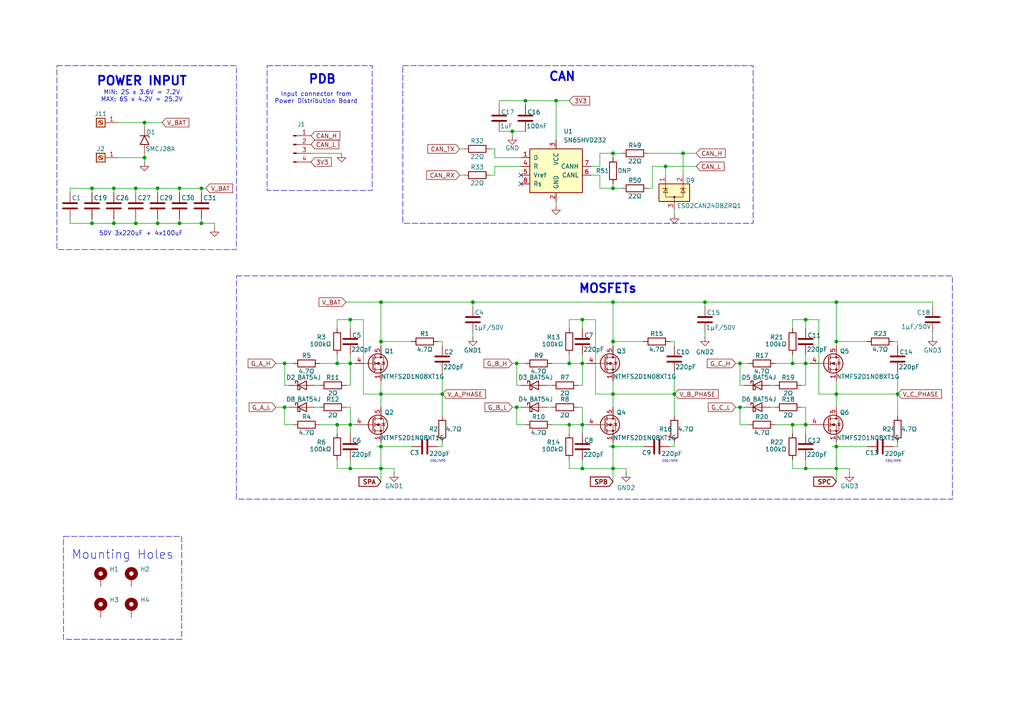
<source format=kicad_sch>
(kicad_sch (version 20250114) (generator "eeschema") (generator_version "9.0")
  (paper "A4")
  (lib_symbols
    (symbol "Connector:Conn_01x04_Pin" (pin_names (offset 1.016) (hide yes))
      (property "Reference" "J" (at 0 5.08 0))
      (property "Value" "Conn_01x04_Pin" (at 0 -7.62 0))
      (symbol "Conn_01x04_Pin_1_1"
        (pin passive line (at 5.08 2.54 180) (length 3.81) (name "Pin_1") (number "1"))
        (pin passive line (at 5.08 0 180) (length 3.81) (name "Pin_2") (number "2"))
        (pin passive line (at 5.08 -2.54 180) (length 3.81) (name "Pin_3") (number "3"))
        (pin passive line (at 5.08 -5.08 180) (length 3.81) (name "Pin_4") (number "4"))
      )
    )
    (symbol "Connector:Screw_Terminal_01x01" (pin_names (offset 1.016) (hide yes))
      (property "Reference" "J" (at 0 2.54 0))
      (property "Value" "Screw_Terminal_01x01" (at 0 -2.54 0))
      (symbol "Screw_Terminal_01x01_1_1"
        (pin passive line (at -5.08 0 0) (length 3.81) (name "Pin_1") (number "1"))
      )
    )
    (symbol "Device:C" (pin_numbers (hide yes)) (pin_names (offset 0.254))
      (property "Reference" "C" (at 0.635 2.54 0))
      (property "Value" "C" (at 0.635 -2.54 0))
      (symbol "C_1_1"
        (pin passive line (at 0 3.81 270) (length 2.794) (name "~") (number "1"))
        (pin passive line (at 0 -3.81 90) (length 2.794) (name "~") (number "2"))
      )
    )
    (symbol "Device:R" (pin_numbers (hide yes)) (pin_names (offset 0))
      (property "Reference" "R" (at 2.032 0 90))
      (property "Value" "R" (at 0 0 90))
      (symbol "R_1_1"
        (pin passive line (at 0 3.81 270) (length 1.27) (name "~") (number "1"))
        (pin passive line (at 0 -3.81 90) (length 1.27) (name "~") (number "2"))
      )
    )
    (symbol "Diode:1.5SMCxxA" (pin_numbers (hide yes)) (pin_names (offset 1.016) (hide yes))
      (property "Reference" "D" (at 0 2.54 0))
      (property "Value" "1.5SMCxxA" (at 0 -2.54 0))
      (symbol "1.5SMCxxA_1_1"
        (pin passive line (at -3.81 0 0) (length 2.54) (name "A1") (number "1"))
        (pin passive line (at 3.81 0 180) (length 2.54) (name "A2") (number "2"))
      )
    )
    (symbol "Diode:BAT54J" (pin_numbers (hide yes)) (pin_names (offset 1.016) (hide yes))
      (property "Reference" "D" (at 0 2.54 0))
      (property "Value" "BAT54J" (at 0 -2.54 0))
      (symbol "BAT54J_1_1"
        (pin passive line (at -3.81 0 0) (length 2.54) (name "K") (number "1"))
        (pin passive line (at 3.81 0 180) (length 2.54) (name "A") (number "2"))
      )
    )
    (symbol "Interface_CAN_LIN:SN65HVD230" (pin_names (offset 1.016))
      (property "Reference" "U" (at -2.54 10.16 0))
      (property "Value" "SN65HVD230" (at -2.54 7.62 0))
      (symbol "SN65HVD230_1_1"
        (pin input line (at -10.16 2.54 0) (length 2.54) (name "D") (number "1"))
        (pin output line (at -10.16 0 0) (length 2.54) (name "R") (number "4"))
        (pin output line (at -10.16 -2.54 0) (length 2.54) (name "Vref") (number "5"))
        (pin input line (at -10.16 -5.08 0) (length 2.54) (name "Rs") (number "8"))
        (pin power_in line (at 0 7.62 270) (length 2.54) (name "VCC") (number "3"))
        (pin power_in line (at 0 -10.16 90) (length 2.54) (name "GND") (number "2"))
        (pin bidirectional line (at 10.16 0 180) (length 2.54) (name "CANH") (number "7"))
        (pin bidirectional line (at 10.16 -2.54 180) (length 2.54) (name "CANL") (number "6"))
      )
    )
    (symbol "Mechanical:MountingHole_Pad" (pin_numbers (hide yes)) (pin_names (offset 1.016) (hide yes)) (in_bom no)
      (property "Reference" "H" (at 0 6.35 0))
      (property "Value" "MountingHole_Pad" (at 0 4.445 0))
      (symbol "MountingHole_Pad_1_1"
        (pin input line (at 0 -2.54 90) (length 2.54) (name "1") (number "1"))
      )
    )
    (symbol "Power_Protection:ESDA5V3L" (pin_names (hide yes))
      (property "Reference" "D" (at 5.715 2.54 0))
      (property "Value" "ESDA5V3L" (at 5.715 0.635 0))
      (symbol "ESDA5V3L_0_0"
        (pin passive line (at 0 -5.08 90) (length 2.54) (name "A") (number "3"))
      )
      (symbol "ESDA5V3L_1_1"
        (pin passive line (at -2.54 5.08 270) (length 2.54) (name "K") (number "1"))
        (pin passive line (at 2.54 5.08 270) (length 2.54) (name "K") (number "2"))
      )
    )
    (symbol "Transistor_FET:NTMFS016N06CT1G" (pin_names (hide yes))
      (property "Reference" "Q" (at 5.08 1.905 0))
      (property "Value" "NTMFS016N06CT1G" (at 5.08 0 0))
      (symbol "NTMFS016N06CT1G_1_1"
        (pin passive line (at -5.08 0 0) (length 2.54) (name "G") (number "4"))
        (pin passive line (at 2.54 5.08 270) (length 2.54) (name "D") (number "5"))
        (pin passive line (at 2.54 -5.08 90) (length 2.54) (name "S") (number "1"))
        (pin passive line (at 2.54 -5.08 90) (length 2.54) (hide yes) (name "S") (number "2"))
        (pin passive line (at 2.54 -5.08 90) (length 2.54) (hide yes) (name "S") (number "3"))
      )
    )
    (symbol "power:GND" (power) (pin_numbers (hide yes)) (pin_names (offset 0) (hide yes))
      (property "Value" "GND" (at 0 -3.81 0))
      (symbol "GND_1_1"
        (pin power_in line (at 0 0 270) (length 0) (name "~") (number "1"))
      )
    )
    (symbol "power:GND1" (power) (pin_numbers (hide yes)) (pin_names (offset 0) (hide yes))
      (property "Value" "GND1" (at 0 -3.81 0))
      (symbol "GND1_1_1"
        (pin power_in line (at 0 0 270) (length 0) (name "~") (number "1"))
      )
    )
    (symbol "power:GND2" (power) (pin_numbers (hide yes)) (pin_names (offset 0) (hide yes))
      (property "Value" "GND2" (at 0 -3.81 0))
      (symbol "GND2_1_1"
        (pin power_in line (at 0 0 270) (length 0) (name "~") (number "1"))
      )
    )
    (symbol "power:GND3" (power) (pin_numbers (hide yes)) (pin_names (offset 0) (hide yes))
      (property "Value" "GND3" (at 0 -3.81 0))
      (symbol "GND3_1_1"
        (pin power_in line (at 0 0 270) (length 0) (name "~") (number "1"))
      )
    )
  )
  (rectangle (start 16.51 19.05) (end 68.58 72.39) (stroke (width 0) (type dash)))
  (rectangle (start 116.84 19.05) (end 218.44 64.77) (stroke (width 0) (type dash)))
  (rectangle (start 77.47 19.05) (end 107.95 55.245) (stroke (width 0) (type dash)))
  (rectangle (start 18.415 155.575) (end 52.705 185.42) (stroke (width 0) (type dash)))
  (rectangle (start 68.58 80.01) (end 276.225 144.78) (stroke (width 0) (type dash)))
  (text "MIN: 2S x 3.6V = 7.2V\nMAX: 6S x 4.2V = 25.2V" (at 41.148 27.94 0) (effects (font (size 1.27 1.27))))
  (text "POWER INPUT" (at 41.148 23.622 0) (effects (font (size 2.54 2.54) (thickness 0.508) (bold yes))))
  (text "50V 3x220uF + 4x100uF" (at 40.894 67.818 0) (effects (font (size 1.27 1.27))))
  (text "Mounting Holes" (at 35.56 161.036 0) (effects (font (size 2.54 2.54))))
  (text "C0G/NP0" (at 127 133.858 0) (effects (font (size 0.635 0.635) (thickness 0.0794))))
  (text "MOSFETs" (at 176.276 83.82 0) (effects (font (size 2.54 2.54) (thickness 0.508) (bold yes))))
  (text "Input connector from\nPower Distribution Board" (at 91.694 28.448 0) (effects (font (size 1.27 1.27))))
  (text "C0G/NP0" (at 194.31 133.858 0) (effects (font (size 0.635 0.635) (thickness 0.0794))))
  (text "PDB" (at 93.472 23.114 0) (effects (font (size 2.54 2.54) (thickness 0.508) (bold yes))))
  (text "C0G/NP0" (at 259.08 133.858 0) (effects (font (size 0.635 0.635) (thickness 0.0794))))
  (text "CAN" (at 163.068 22.352 0) (effects (font (size 2.54 2.54) (thickness 0.508) (bold yes))))
  (junction (at 233.68 135.89))
  (junction (at 45.72 54.61))
  (junction (at 101.6 123.19))
  (junction (at 242.57 99.06))
  (junction (at 161.29 29.21))
  (junction (at 41.91 35.56))
  (junction (at 229.87 123.19))
  (junction (at 101.6 135.89))
  (junction (at 168.91 105.41))
  (junction (at 168.91 92.71))
  (junction (at 97.79 123.19))
  (junction (at 214.63 118.11))
  (junction (at 148.59 38.1))
  (junction (at 39.37 64.77))
  (junction (at 26.67 54.61))
  (junction (at 233.68 123.19))
  (junction (at 45.72 64.77))
  (junction (at 82.55 118.11))
  (junction (at 41.91 45.72))
  (junction (at 110.49 99.06))
  (junction (at 101.6 105.41))
  (junction (at 26.67 64.77))
  (junction (at 52.07 64.77))
  (junction (at 149.86 105.41))
  (junction (at 33.02 54.61))
  (junction (at 110.49 114.3))
  (junction (at 177.8 54.61))
  (junction (at 177.8 44.45))
  (junction (at 101.6 92.71))
  (junction (at 152.4 29.21))
  (junction (at 137.16 87.63))
  (junction (at 260.35 114.3))
  (junction (at 177.8 129.54))
  (junction (at 195.58 114.3))
  (junction (at 165.1 105.41))
  (junction (at 242.57 87.63))
  (junction (at 165.1 123.19))
  (junction (at 33.02 64.77))
  (junction (at 204.47 87.63))
  (junction (at 110.49 135.89))
  (junction (at 242.57 129.54))
  (junction (at 110.49 129.54))
  (junction (at 177.8 135.89))
  (junction (at 149.86 118.11))
  (junction (at 233.68 92.71))
  (junction (at 233.68 105.41))
  (junction (at 193.04 48.26))
  (junction (at 177.8 87.63))
  (junction (at 168.91 135.89))
  (junction (at 39.37 54.61))
  (junction (at 229.87 105.41))
  (junction (at 128.27 114.3))
  (junction (at 58.42 64.77))
  (junction (at 214.63 105.41))
  (junction (at 177.8 114.3))
  (junction (at 97.79 105.41))
  (junction (at 177.8 99.06))
  (junction (at 242.57 135.89))
  (junction (at 198.12 44.45))
  (junction (at 242.57 114.3))
  (junction (at 58.42 54.61))
  (junction (at 110.49 87.63))
  (junction (at 82.55 105.41))
  (junction (at 52.07 54.61))
  (junction (at 168.91 123.19))
  (no_connect (at 151.13 50.8))
  (no_connect (at 151.13 53.34))
  (wire (pts (xy 229.87 102.87) (xy 229.87 105.41)))
  (wire (pts (xy 167.64 111.76) (xy 168.91 111.76)))
  (wire (pts (xy 133.35 50.8) (xy 134.62 50.8)))
  (wire (pts (xy 39.37 63.5) (xy 39.37 64.77)))
  (wire (pts (xy 143.51 48.26) (xy 143.51 50.8)))
  (wire (pts (xy 20.32 54.61) (xy 26.67 54.61)))
  (wire (pts (xy 110.49 135.89) (xy 114.3 135.89)))
  (wire (pts (xy 137.16 97.79) (xy 137.16 96.52)))
  (wire (pts (xy 173.99 50.8) (xy 171.45 50.8)))
  (wire (pts (xy 45.72 54.61) (xy 52.07 54.61)))
  (wire (pts (xy 168.91 92.71) (xy 168.91 95.25)))
  (wire (pts (xy 242.57 99.06) (xy 251.46 99.06)))
  (wire (pts (xy 237.49 92.71) (xy 237.49 114.3)))
  (wire (pts (xy 142.24 43.18) (xy 143.51 43.18)))
  (wire (pts (xy 101.6 102.87) (xy 101.6 105.41)))
  (wire (pts (xy 58.42 54.61) (xy 58.42 55.88)))
  (wire (pts (xy 161.29 29.21) (xy 161.29 40.64)))
  (wire (pts (xy 100.33 118.11) (xy 101.6 118.11)))
  (wire (pts (xy 52.07 63.5) (xy 52.07 64.77)))
  (wire (pts (xy 194.31 129.54) (xy 195.58 129.54)))
  (wire (pts (xy 128.27 129.54) (xy 128.27 128.27)))
  (wire (pts (xy 242.57 129.54) (xy 251.46 129.54)))
  (wire (pts (xy 58.42 54.61) (xy 59.69 54.61)))
  (wire (pts (xy 45.72 63.5) (xy 45.72 64.77)))
  (wire (pts (xy 189.23 48.26) (xy 189.23 54.61)))
  (wire (pts (xy 242.57 129.54) (xy 242.57 135.89)))
  (wire (pts (xy 165.1 105.41) (xy 168.91 105.41)))
  (wire (pts (xy 177.8 100.33) (xy 177.8 99.06)))
  (wire (pts (xy 101.6 105.41) (xy 101.6 111.76)))
  (wire (pts (xy 26.67 54.61) (xy 26.67 55.88)))
  (wire (pts (xy 214.63 118.11) (xy 214.63 123.19)))
  (wire (pts (xy 151.13 118.11) (xy 149.86 118.11)))
  (wire (pts (xy 181.61 135.89) (xy 177.8 135.89)))
  (wire (pts (xy 260.35 107.95) (xy 260.35 114.3)))
  (wire (pts (xy 172.72 92.71) (xy 172.72 114.3)))
  (wire (pts (xy 41.91 46.99) (xy 41.91 45.72)))
  (wire (pts (xy 233.68 105.41) (xy 233.68 111.76)))
  (wire (pts (xy 39.37 54.61) (xy 39.37 55.88)))
  (wire (pts (xy 149.86 118.11) (xy 149.86 123.19)))
  (wire (pts (xy 168.91 123.19) (xy 170.18 123.19)))
  (wire (pts (xy 39.37 54.61) (xy 45.72 54.61)))
  (wire (pts (xy 91.44 118.11) (xy 92.71 118.11)))
  (wire (pts (xy 229.87 133.35) (xy 229.87 135.89)))
  (wire (pts (xy 215.9 111.76) (xy 214.63 111.76)))
  (wire (pts (xy 204.47 97.79) (xy 204.47 96.52)))
  (wire (pts (xy 52.07 54.61) (xy 58.42 54.61)))
  (wire (pts (xy 195.58 114.3) (xy 195.58 120.65)))
  (wire (pts (xy 58.42 63.5) (xy 58.42 64.77)))
  (wire (pts (xy 133.35 43.18) (xy 134.62 43.18)))
  (wire (pts (xy 97.79 133.35) (xy 97.79 135.89)))
  (wire (pts (xy 177.8 128.27) (xy 177.8 129.54)))
  (wire (pts (xy 148.59 38.1) (xy 148.59 39.37)))
  (wire (pts (xy 260.35 99.06) (xy 259.08 99.06)))
  (wire (pts (xy 128.27 99.06) (xy 127 99.06)))
  (wire (pts (xy 242.57 110.49) (xy 242.57 114.3)))
  (wire (pts (xy 52.07 54.61) (xy 52.07 55.88)))
  (wire (pts (xy 177.8 114.3) (xy 177.8 118.11)))
  (wire (pts (xy 158.75 118.11) (xy 160.02 118.11)))
  (wire (pts (xy 177.8 129.54) (xy 186.69 129.54)))
  (wire (pts (xy 242.57 114.3) (xy 260.35 114.3)))
  (wire (pts (xy 148.59 118.11) (xy 149.86 118.11)))
  (wire (pts (xy 215.9 118.11) (xy 214.63 118.11)))
  (wire (pts (xy 128.27 114.3) (xy 128.27 120.65)))
  (wire (pts (xy 100.33 87.63) (xy 110.49 87.63)))
  (wire (pts (xy 165.1 92.71) (xy 168.91 92.71)))
  (wire (pts (xy 105.41 92.71) (xy 105.41 114.3)))
  (wire (pts (xy 233.68 92.71) (xy 237.49 92.71)))
  (wire (pts (xy 144.78 29.21) (xy 144.78 30.48)))
  (wire (pts (xy 242.57 128.27) (xy 242.57 129.54)))
  (wire (pts (xy 168.91 135.89) (xy 177.8 135.89)))
  (wire (pts (xy 82.55 105.41) (xy 85.09 105.41)))
  (wire (pts (xy 101.6 105.41) (xy 102.87 105.41)))
  (wire (pts (xy 213.36 118.11) (xy 214.63 118.11)))
  (wire (pts (xy 224.79 123.19) (xy 229.87 123.19)))
  (wire (pts (xy 26.67 54.61) (xy 33.02 54.61)))
  (wire (pts (xy 195.58 99.06) (xy 194.31 99.06)))
  (wire (pts (xy 189.23 48.26) (xy 193.04 48.26)))
  (wire (pts (xy 158.75 111.76) (xy 160.02 111.76)))
  (wire (pts (xy 232.41 111.76) (xy 233.68 111.76)))
  (wire (pts (xy 39.37 64.77) (xy 33.02 64.77)))
  (wire (pts (xy 242.57 135.89) (xy 242.57 139.7)))
  (wire (pts (xy 128.27 100.33) (xy 128.27 99.06)))
  (wire (pts (xy 167.64 118.11) (xy 168.91 118.11)))
  (wire (pts (xy 114.3 137.16) (xy 114.3 135.89)))
  (wire (pts (xy 149.86 105.41) (xy 152.4 105.41)))
  (wire (pts (xy 242.57 100.33) (xy 242.57 99.06)))
  (wire (pts (xy 110.49 129.54) (xy 110.49 135.89)))
  (wire (pts (xy 160.02 105.41) (xy 165.1 105.41)))
  (wire (pts (xy 152.4 29.21) (xy 152.4 30.48)))
  (wire (pts (xy 83.82 118.11) (xy 82.55 118.11)))
  (wire (pts (xy 224.79 105.41) (xy 229.87 105.41)))
  (wire (pts (xy 97.79 123.19) (xy 97.79 125.73)))
  (wire (pts (xy 100.33 111.76) (xy 101.6 111.76)))
  (wire (pts (xy 143.51 48.26) (xy 151.13 48.26)))
  (wire (pts (xy 33.02 63.5) (xy 33.02 64.77)))
  (wire (pts (xy 109.22 129.54) (xy 110.49 129.54)))
  (wire (pts (xy 246.38 137.16) (xy 246.38 135.89)))
  (wire (pts (xy 101.6 118.11) (xy 101.6 123.19)))
  (wire (pts (xy 204.47 87.63) (xy 242.57 87.63)))
  (wire (pts (xy 110.49 114.3) (xy 110.49 118.11)))
  (wire (pts (xy 127 129.54) (xy 128.27 129.54)))
  (wire (pts (xy 233.68 102.87) (xy 233.68 105.41)))
  (wire (pts (xy 34.29 45.72) (xy 41.91 45.72)))
  (wire (pts (xy 148.59 38.1) (xy 152.4 38.1)))
  (wire (pts (xy 260.35 129.54) (xy 260.35 128.27)))
  (wire (pts (xy 58.42 64.77) (xy 52.07 64.77)))
  (wire (pts (xy 233.68 133.35) (xy 233.68 135.89)))
  (wire (pts (xy 137.16 87.63) (xy 177.8 87.63)))
  (wire (pts (xy 110.49 99.06) (xy 119.38 99.06)))
  (wire (pts (xy 105.41 114.3) (xy 110.49 114.3)))
  (wire (pts (xy 151.13 111.76) (xy 149.86 111.76)))
  (wire (pts (xy 241.3 129.54) (xy 242.57 129.54)))
  (wire (pts (xy 165.1 123.19) (xy 168.91 123.19)))
  (wire (pts (xy 233.68 105.41) (xy 234.95 105.41)))
  (wire (pts (xy 223.52 118.11) (xy 224.79 118.11)))
  (wire (pts (xy 144.78 38.1) (xy 148.59 38.1)))
  (wire (pts (xy 171.45 48.26) (xy 173.99 48.26)))
  (wire (pts (xy 214.63 123.19) (xy 217.17 123.19)))
  (wire (pts (xy 165.1 123.19) (xy 165.1 125.73)))
  (wire (pts (xy 177.8 44.45) (xy 180.34 44.45)))
  (wire (pts (xy 214.63 105.41) (xy 217.17 105.41)))
  (wire (pts (xy 110.49 87.63) (xy 137.16 87.63)))
  (wire (pts (xy 165.1 92.71) (xy 165.1 95.25)))
  (wire (pts (xy 149.86 123.19) (xy 152.4 123.19)))
  (wire (pts (xy 82.55 123.19) (xy 85.09 123.19)))
  (wire (pts (xy 177.8 135.89) (xy 177.8 139.7)))
  (wire (pts (xy 101.6 92.71) (xy 105.41 92.71)))
  (wire (pts (xy 20.32 64.77) (xy 20.32 63.5)))
  (wire (pts (xy 232.41 118.11) (xy 233.68 118.11)))
  (wire (pts (xy 168.91 105.41) (xy 170.18 105.41)))
  (wire (pts (xy 177.8 87.63) (xy 177.8 99.06)))
  (wire (pts (xy 161.29 59.69) (xy 161.29 58.42)))
  (wire (pts (xy 237.49 114.3) (xy 242.57 114.3)))
  (wire (pts (xy 97.79 92.71) (xy 101.6 92.71)))
  (wire (pts (xy 52.07 64.77) (xy 45.72 64.77)))
  (wire (pts (xy 173.99 44.45) (xy 177.8 44.45)))
  (wire (pts (xy 148.59 105.41) (xy 149.86 105.41)))
  (wire (pts (xy 168.91 118.11) (xy 168.91 123.19)))
  (wire (pts (xy 195.58 60.96) (xy 195.58 62.23)))
  (wire (pts (xy 229.87 92.71) (xy 233.68 92.71)))
  (wire (pts (xy 229.87 123.19) (xy 233.68 123.19)))
  (wire (pts (xy 173.99 54.61) (xy 173.99 50.8)))
  (wire (pts (xy 177.8 129.54) (xy 177.8 135.89)))
  (wire (pts (xy 223.52 111.76) (xy 224.79 111.76)))
  (wire (pts (xy 97.79 135.89) (xy 101.6 135.89)))
  (wire (pts (xy 195.58 107.95) (xy 195.58 114.3)))
  (wire (pts (xy 177.8 54.61) (xy 180.34 54.61)))
  (wire (pts (xy 177.8 53.34) (xy 177.8 54.61)))
  (wire (pts (xy 144.78 29.21) (xy 152.4 29.21)))
  (wire (pts (xy 177.8 44.45) (xy 177.8 45.72)))
  (wire (pts (xy 246.38 135.89) (xy 242.57 135.89)))
  (wire (pts (xy 177.8 114.3) (xy 195.58 114.3)))
  (wire (pts (xy 187.96 44.45) (xy 198.12 44.45)))
  (wire (pts (xy 90.17 44.45) (xy 99.06 44.45)))
  (wire (pts (xy 176.53 129.54) (xy 177.8 129.54)))
  (wire (pts (xy 229.87 105.41) (xy 233.68 105.41)))
  (wire (pts (xy 26.67 63.5) (xy 26.67 64.77)))
  (wire (pts (xy 92.71 123.19) (xy 97.79 123.19)))
  (wire (pts (xy 198.12 44.45) (xy 198.12 50.8)))
  (wire (pts (xy 168.91 92.71) (xy 172.72 92.71)))
  (wire (pts (xy 177.8 99.06) (xy 186.69 99.06)))
  (wire (pts (xy 62.23 66.04) (xy 62.23 64.77)))
  (wire (pts (xy 270.51 97.79) (xy 270.51 96.52)))
  (wire (pts (xy 143.51 45.72) (xy 151.13 45.72)))
  (wire (pts (xy 165.1 135.89) (xy 168.91 135.89)))
  (wire (pts (xy 260.35 114.3) (xy 260.35 120.65)))
  (wire (pts (xy 101.6 123.19) (xy 102.87 123.19)))
  (wire (pts (xy 193.04 48.26) (xy 201.93 48.26)))
  (wire (pts (xy 189.23 54.61) (xy 187.96 54.61)))
  (wire (pts (xy 242.57 114.3) (xy 242.57 118.11)))
  (wire (pts (xy 168.91 133.35) (xy 168.91 135.89)))
  (wire (pts (xy 33.02 54.61) (xy 39.37 54.61)))
  (wire (pts (xy 26.67 64.77) (xy 20.32 64.77)))
  (wire (pts (xy 143.51 43.18) (xy 143.51 45.72)))
  (wire (pts (xy 97.79 92.71) (xy 97.79 95.25)))
  (wire (pts (xy 195.58 129.54) (xy 195.58 128.27)))
  (wire (pts (xy 45.72 54.61) (xy 45.72 55.88)))
  (wire (pts (xy 233.68 123.19) (xy 233.68 125.73)))
  (wire (pts (xy 165.1 133.35) (xy 165.1 135.89)))
  (wire (pts (xy 110.49 128.27) (xy 110.49 129.54)))
  (wire (pts (xy 83.82 111.76) (xy 82.55 111.76)))
  (wire (pts (xy 259.08 129.54) (xy 260.35 129.54)))
  (wire (pts (xy 97.79 105.41) (xy 101.6 105.41)))
  (wire (pts (xy 92.71 105.41) (xy 97.79 105.41)))
  (wire (pts (xy 110.49 129.54) (xy 119.38 129.54)))
  (wire (pts (xy 97.79 102.87) (xy 97.79 105.41)))
  (wire (pts (xy 137.16 88.9) (xy 137.16 87.63)))
  (wire (pts (xy 160.02 123.19) (xy 165.1 123.19)))
  (wire (pts (xy 33.02 54.61) (xy 33.02 55.88)))
  (wire (pts (xy 110.49 87.63) (xy 110.49 99.06)))
  (wire (pts (xy 229.87 92.71) (xy 229.87 95.25)))
  (wire (pts (xy 41.91 35.56) (xy 41.91 36.83)))
  (wire (pts (xy 233.68 118.11) (xy 233.68 123.19)))
  (wire (pts (xy 91.44 111.76) (xy 92.71 111.76)))
  (wire (pts (xy 110.49 135.89) (xy 110.49 139.7)))
  (wire (pts (xy 34.29 35.56) (xy 41.91 35.56)))
  (wire (pts (xy 177.8 87.63) (xy 204.47 87.63)))
  (wire (pts (xy 161.29 29.21) (xy 165.1 29.21)))
  (wire (pts (xy 97.79 123.19) (xy 101.6 123.19)))
  (wire (pts (xy 149.86 111.76) (xy 149.86 105.41)))
  (wire (pts (xy 242.57 87.63) (xy 242.57 99.06)))
  (wire (pts (xy 198.12 44.45) (xy 201.93 44.45)))
  (wire (pts (xy 242.57 87.63) (xy 270.51 87.63)))
  (wire (pts (xy 270.51 87.63) (xy 270.51 88.9)))
  (wire (pts (xy 80.01 118.11) (xy 82.55 118.11)))
  (wire (pts (xy 173.99 54.61) (xy 177.8 54.61)))
  (wire (pts (xy 260.35 100.33) (xy 260.35 99.06)))
  (wire (pts (xy 45.72 64.77) (xy 39.37 64.77)))
  (wire (pts (xy 204.47 88.9) (xy 204.47 87.63)))
  (wire (pts (xy 168.91 105.41) (xy 168.91 111.76)))
  (wire (pts (xy 101.6 133.35) (xy 101.6 135.89)))
  (wire (pts (xy 213.36 105.41) (xy 214.63 105.41)))
  (wire (pts (xy 110.49 114.3) (xy 128.27 114.3)))
  (wire (pts (xy 82.55 111.76) (xy 82.55 105.41)))
  (wire (pts (xy 233.68 135.89) (xy 242.57 135.89)))
  (wire (pts (xy 62.23 64.77) (xy 58.42 64.77)))
  (wire (pts (xy 177.8 110.49) (xy 177.8 114.3)))
  (wire (pts (xy 110.49 110.49) (xy 110.49 114.3)))
  (wire (pts (xy 173.99 44.45) (xy 173.99 48.26)))
  (wire (pts (xy 168.91 123.19) (xy 168.91 125.73)))
  (wire (pts (xy 193.04 48.26) (xy 193.04 50.8)))
  (wire (pts (xy 172.72 114.3) (xy 177.8 114.3)))
  (wire (pts (xy 101.6 123.19) (xy 101.6 125.73)))
  (wire (pts (xy 20.32 54.61) (xy 20.32 55.88)))
  (wire (pts (xy 214.63 111.76) (xy 214.63 105.41)))
  (wire (pts (xy 181.61 137.16) (xy 181.61 135.89)))
  (wire (pts (xy 229.87 135.89) (xy 233.68 135.89)))
  (wire (pts (xy 168.91 102.87) (xy 168.91 105.41)))
  (wire (pts (xy 101.6 92.71) (xy 101.6 95.25)))
  (wire (pts (xy 143.51 50.8) (xy 142.24 50.8)))
  (wire (pts (xy 165.1 102.87) (xy 165.1 105.41)))
  (wire (pts (xy 234.95 123.19) (xy 233.68 123.19)))
  (wire (pts (xy 229.87 123.19) (xy 229.87 125.73)))
  (wire (pts (xy 233.68 92.71) (xy 233.68 95.25)))
  (wire (pts (xy 110.49 100.33) (xy 110.49 99.06)))
  (wire (pts (xy 82.55 118.11) (xy 82.55 123.19)))
  (wire (pts (xy 195.58 100.33) (xy 195.58 99.06)))
  (wire (pts (xy 101.6 135.89) (xy 110.49 135.89)))
  (wire (pts (xy 80.01 105.41) (xy 82.55 105.41)))
  (wire (pts (xy 128.27 107.95) (xy 128.27 114.3)))
  (wire (pts (xy 33.02 64.77) (xy 26.67 64.77)))
  (wire (pts (xy 41.91 44.45) (xy 41.91 45.72)))
  (wire (pts (xy 41.91 35.56) (xy 46.99 35.56)))
  (wire (pts (xy 152.4 29.21) (xy 161.29 29.21)))
  (global_label "G_B_L" (shape input) (at 148.59 118.11 180) (property "Intersheetrefs" "${INTERSHEET_REFS}" (effects (hide yes))))
  (global_label "V_B_PHASE" (shape input) (at 195.58 114.3 0) (property "Intersheetrefs" "${INTERSHEET_REFS}" (effects (hide yes))))
  (global_label "CAN_H" (shape input) (at 90.17 39.37 0) (property "Intersheetrefs" "${INTERSHEET_REFS}" (effects (hide yes))))
  (global_label "V_C_PHASE" (shape input) (at 260.35 114.3 0) (property "Intersheetrefs" "${INTERSHEET_REFS}" (effects (hide yes))))
  (global_label "SPC" (shape input) (at 242.57 139.7 180) (effects (font (thickness 0.254) (bold yes))) (property "Intersheetrefs" "${INTERSHEET_REFS}" (effects (hide yes))))
  (global_label "CAN_L" (shape input) (at 90.17 41.91 0) (property "Intersheetrefs" "${INTERSHEET_REFS}" (effects (hide yes))))
  (global_label "V_BAT" (shape input) (at 100.33 87.63 180) (property "Intersheetrefs" "${INTERSHEET_REFS}" (effects (hide yes))))
  (global_label "V_BAT" (shape input) (at 59.69 54.61 0) (property "Intersheetrefs" "${INTERSHEET_REFS}" (effects (hide yes))))
  (global_label "G_A_H" (shape input) (at 80.01 105.41 180) (property "Intersheetrefs" "${INTERSHEET_REFS}" (effects (hide yes))))
  (global_label "3V3" (shape input) (at 165.1 29.21 0) (property "Intersheetrefs" "${INTERSHEET_REFS}" (effects (hide yes))))
  (global_label "CAN_H" (shape input) (at 201.93 44.45 0) (property "Intersheetrefs" "${INTERSHEET_REFS}" (effects (hide yes))))
  (global_label "SPB" (shape input) (at 177.8 139.7 180) (effects (font (thickness 0.254) (bold yes))) (property "Intersheetrefs" "${INTERSHEET_REFS}" (effects (hide yes))))
  (global_label "G_B_H" (shape input) (at 148.59 105.41 180) (property "Intersheetrefs" "${INTERSHEET_REFS}" (effects (hide yes))))
  (global_label "V_A_PHASE" (shape input) (at 128.27 114.3 0) (property "Intersheetrefs" "${INTERSHEET_REFS}" (effects (hide yes))))
  (global_label "CAN_TX" (shape input) (at 133.35 43.18 180) (property "Intersheetrefs" "${INTERSHEET_REFS}" (effects (hide yes))))
  (global_label "CAN_L" (shape input) (at 201.93 48.26 0) (property "Intersheetrefs" "${INTERSHEET_REFS}" (effects (hide yes))))
  (global_label "G_C_L" (shape input) (at 213.36 118.11 180) (property "Intersheetrefs" "${INTERSHEET_REFS}" (effects (hide yes))))
  (global_label "G_A_L" (shape input) (at 80.01 118.11 180) (property "Intersheetrefs" "${INTERSHEET_REFS}" (effects (hide yes))))
  (global_label "3V3" (shape input) (at 90.17 46.99 0) (property "Intersheetrefs" "${INTERSHEET_REFS}" (effects (hide yes))))
  (global_label "SPA" (shape input) (at 110.49 139.7 180) (effects (font (thickness 0.254) (bold yes))) (property "Intersheetrefs" "${INTERSHEET_REFS}" (effects (hide yes))))
  (global_label "V_BAT" (shape input) (at 46.99 35.56 0) (property "Intersheetrefs" "${INTERSHEET_REFS}" (effects (hide yes))))
  (global_label "CAN_RX" (shape input) (at 133.35 50.8 180) (property "Intersheetrefs" "${INTERSHEET_REFS}" (effects (hide yes))))
  (global_label "G_C_H" (shape input) (at 213.36 105.41 180) (property "Intersheetrefs" "${INTERSHEET_REFS}" (effects (hide yes))))
  (symbol (lib_id "Interface_CAN_LIN:SN65HVD230") (at 161.29 48.26 0) (unit 1)
    (property "Reference" "U1" (at 163.4333 38.1 0) (effects (justify left)))
    (property "Value" "SN65HVD232" (at 163.4333 40.64 0) (effects (justify left)))
    (property "Footprint" "Package_SO:SOIC-8_3.9x4.9mm_P1.27mm" (effects (hide yes)))
    (property "Datasheet" "http://www.ti.com/lit/ds/symlink/sn65hvd230.pdf" (effects (hide yes)))
    (property "Description" "CAN Bus Transceivers, 3.3V, 1Mbps, Low-Power capabilities, SOIC-8" (effects (hide yes)))
  )
  (symbol (lib_id "Device:C") (at 26.67 59.69 0) (unit 1)
    (property "Reference" "C19" (at 27.178 57.404 0) (effects (justify left)))
    (property "Value" "100-220uF" (effects (hide yes)))
    (property "Footprint" "Capacitor_SMD:C_2220_5750Metric" (effects (hide yes)))
    (property "Description" "Unpolarized capacitor" (effects (hide yes)))
  )
  (symbol (lib_id "Device:R") (at 96.52 111.76 90) (unit 1)
    (property "Reference" "R11" (at 96.52 109.474 90))
    (property "Value" "2Ω" (at 96.52 114.046 90))
    (property "Footprint" "Resistor_SMD:R_0603_1608Metric" (effects (hide yes)))
    (property "Description" "Resistor" (effects (hide yes)))
  )
  (symbol (lib_id "Device:R") (at 165.1 129.54 0) (unit 1)
    (property "Reference" "R14" (at 160.528 128.27 0))
    (property "Value" "100kΩ" (at 160.274 130.302 0))
    (property "Footprint" "Resistor_SMD:R_0603_1608Metric" (effects (hide yes)))
    (property "Description" "Resistor" (effects (hide yes)))
  )
  (symbol (lib_id "Device:R") (at 163.83 111.76 90) (unit 1)
    (property "Reference" "R7" (at 163.83 109.474 90))
    (property "Value" "2Ω" (at 163.83 114.046 90))
    (property "Footprint" "Resistor_SMD:R_0603_1608Metric" (effects (hide yes)))
    (property "Description" "Resistor" (effects (hide yes)))
  )
  (symbol (lib_id "Diode:BAT54J") (at 87.63 118.11 0) (unit 1)
    (property "Reference" "D8" (at 84.328 115.824 0))
    (property "Value" "BAT54J" (at 89.662 115.824 0))
    (property "Footprint" "Diode_SMD:D_SOD-323F" (effects (hide yes)))
    (property "Datasheet" "https://assets.nexperia.com/documents/data-sheet/BAT54J.pdf" (effects (hide yes)))
    (property "Description" "30V 200mA Schottky diode, SOD-323F" (effects (hide yes)))
  )
  (symbol (lib_id "Mechanical:MountingHole_Pad") (at 38.1 176.53 0) (unit 1) (in_bom no)
    (property "Reference" "H4" (at 40.64 173.9899 0) (effects (justify left)))
    (property "Value" "MountingHole_Pad" (effects (hide yes)))
    (property "Footprint" "MountingHole:MountingHole_3.2mm_M3_ISO14580_Pad" (effects (hide yes)))
    (property "Description" "Mounting Hole with connection" (effects (hide yes)))
  )
  (symbol (lib_id "Device:C") (at 101.6 129.54 0) (unit 1)
    (property "Reference" "C6" (at 102.108 127.762 0) (effects (justify left)))
    (property "Value" "220pF" (at 101.854 131.826 0) (effects (justify left)))
    (property "Footprint" "Capacitor_SMD:C_0805_2012Metric" (effects (hide yes)))
    (property "Description" "Unpolarized capacitor" (effects (hide yes)))
  )
  (symbol (lib_id "power:GND1") (at 114.3 137.16 0) (unit 1)
    (property "Reference" "#PWR010" (effects (hide yes)))
    (property "Value" "GND1" (at 114.3 140.97 0))
    (property "Description" "Power symbol creates a global label with name \"GND1\" , ground" (effects (hide yes)))
  )
  (symbol (lib_id "Device:C") (at 255.27 129.54 270) (unit 1)
    (property "Reference" "C13" (at 250.952 131.318 90) (effects (justify left)))
    (property "Value" "220pF" (at 256.54 131.572 90) (effects (justify left)))
    (property "Footprint" "Capacitor_SMD:C_0805_2012Metric" (effects (hide yes)))
    (property "Description" "Unpolarized capacitor" (effects (hide yes)))
  )
  (symbol (lib_id "Connector:Screw_Terminal_01x01") (at 29.21 35.56 180) (unit 1)
    (property "Reference" "J11" (at 29.21 33.02 0))
    (property "Value" "Screw_Terminal_01x01" (effects (hide yes)))
    (property "Footprint" "TerminalBlock_Wuerth:Wuerth_REDCUBE-THR_WP-THRSH_74651173_THR" (effects (hide yes)))
    (property "Description" "Generic screw terminal, single row, 01x01, script generated (kicad-library-utils/schlib/autogen/connector/)" (effects (hide yes)))
  )
  (symbol (lib_id "Device:R") (at 128.27 124.46 180) (unit 1)
    (property "Reference" "R2" (at 125.73 124.46 0))
    (property "Value" "4.7Ω" (at 131.572 124.46 0))
    (property "Footprint" "Resistor_SMD:R_0603_1608Metric" (effects (hide yes)))
    (property "Description" "Resistor" (effects (hide yes)))
  )
  (symbol (lib_id "Device:R") (at 190.5 99.06 90) (unit 1)
    (property "Reference" "R15" (at 190.5 96.774 90))
    (property "Value" "4.7Ω" (at 190.5 101.346 90))
    (property "Footprint" "Resistor_SMD:R_0603_1608Metric" (effects (hide yes)))
    (property "Description" "Resistor" (effects (hide yes)))
  )
  (symbol (lib_id "power:GND2") (at 181.61 137.16 0) (unit 1)
    (property "Reference" "#PWR013" (effects (hide yes)))
    (property "Value" "GND2" (at 181.61 141.478 0))
    (property "Description" "Power symbol creates a global label with name \"GND2\" , ground" (effects (hide yes)))
  )
  (symbol (lib_id "Device:C") (at 270.51 92.71 0) (unit 1)
    (property "Reference" "C18" (at 265.938 90.678 0) (effects (justify left)))
    (property "Value" "1µF/50V" (at 261.366 94.742 0) (effects (justify left)))
    (property "Footprint" "Capacitor_SMD:C_0805_2012Metric" (effects (hide yes)))
    (property "Description" "Unpolarized capacitor" (effects (hide yes)))
  )
  (symbol (lib_id "Device:R") (at 97.79 99.06 0) (unit 1)
    (property "Reference" "R3" (at 93.218 97.79 0))
    (property "Value" "100kΩ" (at 92.964 99.822 0))
    (property "Footprint" "Resistor_SMD:R_0603_1608Metric" (effects (hide yes)))
    (property "Description" "Resistor" (effects (hide yes)))
  )
  (symbol (lib_id "Mechanical:MountingHole_Pad") (at 29.21 176.53 0) (unit 1) (in_bom no)
    (property "Reference" "H3" (at 31.75 173.9899 0) (effects (justify left)))
    (property "Value" "MountingHole_Pad" (effects (hide yes)))
    (property "Footprint" "MountingHole:MountingHole_3.2mm_M3_ISO14580_Pad" (effects (hide yes)))
    (property "Description" "Mounting Hole with connection" (effects (hide yes)))
  )
  (symbol (lib_id "Device:C") (at 137.16 92.71 0) (unit 1)
    (property "Reference" "C4" (at 137.668 90.678 0) (effects (justify left)))
    (property "Value" "1µF/50V" (at 137.414 94.996 0) (effects (justify left)))
    (property "Footprint" "Capacitor_SMD:C_0805_2012Metric" (effects (hide yes)))
    (property "Description" "Unpolarized capacitor" (effects (hide yes)))
  )
  (symbol (lib_id "Device:R") (at 88.9 105.41 90) (unit 1)
    (property "Reference" "R5" (at 88.9 103.124 90))
    (property "Value" "4.7Ω" (at 88.9 107.696 90))
    (property "Footprint" "Resistor_SMD:R_0603_1608Metric" (effects (hide yes)))
    (property "Description" "Resistor" (effects (hide yes)))
  )
  (symbol (lib_id "Transistor_FET:NTMFS016N06CT1G") (at 107.95 105.41 0) (unit 1)
    (property "Reference" "Q1" (at 111.506 101.854 0) (effects (justify left)))
    (property "Value" "NTMFS2D1N08XT1G" (at 110.49 109.22 0) (effects (justify left)))
    (property "Footprint" "Package_SO:ONSemi_SO-8FL_488AA" (effects (hide yes)))
    (property "Datasheet" "https://www.onsemi.com/download/data-sheet/pdf/NTMFS016N06C-D.pdf" (effects (hide yes)))
    (property "Description" "33A Id, 60V Vds, N-Channel Power MOSFET, 15.6mOhm Ron, -55 to 175 °C, SO-8FL" (effects (hide yes)))
  )
  (symbol (lib_id "Diode:BAT54J") (at 219.71 118.11 0) (unit 1)
    (property "Reference" "D6" (at 216.408 115.824 0))
    (property "Value" "BAT54J" (at 221.742 115.824 0))
    (property "Footprint" "Diode_SMD:D_SOD-323F" (effects (hide yes)))
    (property "Datasheet" "https://assets.nexperia.com/documents/data-sheet/BAT54J.pdf" (effects (hide yes)))
    (property "Description" "30V 200mA Schottky diode, SOD-323F" (effects (hide yes)))
  )
  (symbol (lib_id "power:GND3") (at 246.38 137.16 0) (unit 1)
    (property "Reference" "#PWR014" (effects (hide yes)))
    (property "Value" "GND3" (at 246.38 140.97 0))
    (property "Description" "Power symbol creates a global label with name \"GND3\" , ground" (effects (hide yes)))
  )
  (symbol (lib_id "Power_Protection:ESDA5V3L") (at 195.58 55.88 0) (unit 1)
    (property "Reference" "D9" (at 198.882 52.324 0) (effects (justify left)))
    (property "Value" "ESD2CAN24DBZRQ1" (at 196.342 59.69 0) (effects (justify left)))
    (property "Footprint" "Package_TO_SOT_SMD:SOT-23-3" (effects (hide yes)))
    (property "Datasheet" "https://www.st.com/resource/en/datasheet/esdal.pdf" (effects (hide yes)))
    (property "Description" "TVS Diode Array, 5.5V Standoff, 2 Channels, SOT23" (effects (hide yes)))
  )
  (symbol (lib_id "Device:R") (at 177.8 49.53 180) (unit 1)
    (property "Reference" "R51" (at 174.752 49.53 0))
    (property "Value" "DNP" (at 181.102 49.53 0))
    (property "Footprint" "Resistor_SMD:R_0603_1608Metric" (effects (hide yes)))
    (property "Description" "Resistor" (effects (hide yes)))
  )
  (symbol (lib_id "Device:C") (at 128.27 104.14 0) (unit 1)
    (property "Reference" "C2" (at 128.778 102.108 0) (effects (justify left)))
    (property "Value" "220pF" (at 128.524 106.426 0) (effects (justify left)))
    (property "Footprint" "Capacitor_SMD:C_0805_2012Metric" (effects (hide yes)))
    (property "Description" "Unpolarized capacitor" (effects (hide yes)))
  )
  (symbol (lib_id "Device:C") (at 123.19 129.54 270) (unit 1)
    (property "Reference" "C3" (at 118.872 131.318 90) (effects (justify left)))
    (property "Value" "220pF" (at 124.46 131.572 90) (effects (justify left)))
    (property "Footprint" "Capacitor_SMD:C_0805_2012Metric" (effects (hide yes)))
    (property "Description" "Unpolarized capacitor" (effects (hide yes)))
  )
  (symbol (lib_id "Diode:BAT54J") (at 219.71 111.76 0) (unit 1)
    (property "Reference" "D5" (at 216.408 109.474 0))
    (property "Value" "BAT54J" (at 221.742 109.474 0))
    (property "Footprint" "Diode_SMD:D_SOD-323F" (effects (hide yes)))
    (property "Datasheet" "https://assets.nexperia.com/documents/data-sheet/BAT54J.pdf" (effects (hide yes)))
    (property "Description" "30V 200mA Schottky diode, SOD-323F" (effects (hide yes)))
  )
  (symbol (lib_id "Device:R") (at 97.79 129.54 0) (unit 1)
    (property "Reference" "R6" (at 93.218 128.27 0))
    (property "Value" "100kΩ" (at 92.964 130.302 0))
    (property "Footprint" "Resistor_SMD:R_0603_1608Metric" (effects (hide yes)))
    (property "Description" "Resistor" (effects (hide yes)))
  )
  (symbol (lib_id "Mechanical:MountingHole_Pad") (at 38.1 167.64 0) (unit 1) (in_bom no)
    (property "Reference" "H2" (at 40.64 165.0999 0) (effects (justify left)))
    (property "Value" "MountingHole_Pad" (effects (hide yes)))
    (property "Footprint" "MountingHole:MountingHole_3.2mm_M3_ISO14580_Pad" (effects (hide yes)))
    (property "Description" "Mounting Hole with connection" (effects (hide yes)))
  )
  (symbol (lib_id "Device:C") (at 152.4 34.29 0) (unit 1)
    (property "Reference" "C16" (at 152.908 32.512 0) (effects (justify left)))
    (property "Value" "100nF" (at 152.654 36.576 0) (effects (justify left)))
    (property "Footprint" "Capacitor_SMD:C_0805_2012Metric" (effects (hide yes)))
    (property "Description" "Unpolarized capacitor" (effects (hide yes)))
  )
  (symbol (lib_id "Transistor_FET:NTMFS016N06CT1G") (at 240.03 123.19 0) (unit 1)
    (property "Reference" "Q6" (at 243.586 119.634 0) (effects (justify left)))
    (property "Value" "NTMFS2D1N08XT1G" (at 242.57 127 0) (effects (justify left)))
    (property "Footprint" "Package_SO:ONSemi_SO-8FL_488AA" (effects (hide yes)))
    (property "Datasheet" "https://www.onsemi.com/download/data-sheet/pdf/NTMFS016N06C-D.pdf" (effects (hide yes)))
    (property "Description" "33A Id, 60V Vds, N-Channel Power MOSFET, 15.6mOhm Ron, -55 to 175 °C, SO-8FL" (effects (hide yes)))
  )
  (symbol (lib_id "Device:R") (at 195.58 124.46 180) (unit 1)
    (property "Reference" "R16" (at 193.04 124.46 0))
    (property "Value" "4.7Ω" (at 198.882 124.46 0))
    (property "Footprint" "Resistor_SMD:R_0603_1608Metric" (effects (hide yes)))
    (property "Description" "Resistor" (effects (hide yes)))
  )
  (symbol (lib_id "power:GND1") (at 137.16 97.79 0) (unit 1)
    (property "Reference" "#PWR04" (effects (hide yes)))
    (property "Value" "GND1" (at 137.16 101.6 0))
    (property "Description" "Power symbol creates a global label with name \"GND1\" , ground" (effects (hide yes)))
  )
  (symbol (lib_id "Transistor_FET:NTMFS016N06CT1G") (at 107.95 123.19 0) (unit 1)
    (property "Reference" "Q2" (at 111.506 119.634 0) (effects (justify left)))
    (property "Value" "NTMFS2D1N08XT1G" (at 110.49 127 0) (effects (justify left)))
    (property "Footprint" "Package_SO:ONSemi_SO-8FL_488AA" (effects (hide yes)))
    (property "Datasheet" "https://www.onsemi.com/download/data-sheet/pdf/NTMFS016N06C-D.pdf" (effects (hide yes)))
    (property "Description" "33A Id, 60V Vds, N-Channel Power MOSFET, 15.6mOhm Ron, -55 to 175 °C, SO-8FL" (effects (hide yes)))
  )
  (symbol (lib_id "Device:C") (at 190.5 129.54 270) (unit 1)
    (property "Reference" "C9" (at 186.182 131.318 90) (effects (justify left)))
    (property "Value" "220pF" (at 191.77 131.572 90) (effects (justify left)))
    (property "Footprint" "Capacitor_SMD:C_0805_2012Metric" (effects (hide yes)))
    (property "Description" "Unpolarized capacitor" (effects (hide yes)))
  )
  (symbol (lib_id "Device:C") (at 195.58 104.14 0) (unit 1)
    (property "Reference" "C10" (at 196.088 102.108 0) (effects (justify left)))
    (property "Value" "220pF" (at 195.834 106.426 0) (effects (justify left)))
    (property "Footprint" "Capacitor_SMD:C_0805_2012Metric" (effects (hide yes)))
    (property "Description" "Unpolarized capacitor" (effects (hide yes)))
  )
  (symbol (lib_id "Transistor_FET:NTMFS016N06CT1G") (at 175.26 123.19 0) (unit 1)
    (property "Reference" "Q4" (at 178.816 119.634 0) (effects (justify left)))
    (property "Value" "NTMFS2D1N08XT1G" (at 177.8 127 0) (effects (justify left)))
    (property "Footprint" "Package_SO:ONSemi_SO-8FL_488AA" (effects (hide yes)))
    (property "Datasheet" "https://www.onsemi.com/download/data-sheet/pdf/NTMFS016N06C-D.pdf" (effects (hide yes)))
    (property "Description" "33A Id, 60V Vds, N-Channel Power MOSFET, 15.6mOhm Ron, -55 to 175 °C, SO-8FL" (effects (hide yes)))
  )
  (symbol (lib_id "Device:R") (at 156.21 105.41 90) (unit 1)
    (property "Reference" "R9" (at 156.21 103.124 90))
    (property "Value" "4.7Ω" (at 156.21 107.696 90))
    (property "Footprint" "Resistor_SMD:R_0603_1608Metric" (effects (hide yes)))
    (property "Description" "Resistor" (effects (hide yes)))
  )
  (symbol (lib_id "Device:R") (at 138.43 50.8 90) (unit 1)
    (property "Reference" "R33" (at 138.43 48.514 90))
    (property "Value" "22Ω" (at 138.43 53.086 90))
    (property "Footprint" "Resistor_SMD:R_0603_1608Metric" (effects (hide yes)))
    (property "Description" "Resistor" (effects (hide yes)))
  )
  (symbol (lib_id "Device:R") (at 229.87 129.54 0) (unit 1)
    (property "Reference" "R22" (at 225.298 128.27 0))
    (property "Value" "100kΩ" (at 225.044 130.302 0))
    (property "Footprint" "Resistor_SMD:R_0603_1608Metric" (effects (hide yes)))
    (property "Description" "Resistor" (effects (hide yes)))
  )
  (symbol (lib_id "Device:R") (at 228.6 118.11 90) (unit 1)
    (property "Reference" "R18" (at 228.6 115.824 90))
    (property "Value" "2Ω" (at 228.6 120.396 90))
    (property "Footprint" "Resistor_SMD:R_0603_1608Metric" (effects (hide yes)))
    (property "Description" "Resistor" (effects (hide yes)))
  )
  (symbol (lib_id "Transistor_FET:NTMFS016N06CT1G") (at 240.03 105.41 0) (unit 1)
    (property "Reference" "Q5" (at 243.586 101.854 0) (effects (justify left)))
    (property "Value" "NTMFS2D1N08XT1G" (at 242.57 109.22 0) (effects (justify left)))
    (property "Footprint" "Package_SO:ONSemi_SO-8FL_488AA" (effects (hide yes)))
    (property "Datasheet" "https://www.onsemi.com/download/data-sheet/pdf/NTMFS016N06C-D.pdf" (effects (hide yes)))
    (property "Description" "33A Id, 60V Vds, N-Channel Power MOSFET, 15.6mOhm Ron, -55 to 175 °C, SO-8FL" (effects (hide yes)))
  )
  (symbol (lib_id "Device:C") (at 45.72 59.69 0) (unit 1)
    (property "Reference" "C29" (at 46.228 57.404 0) (effects (justify left)))
    (property "Value" "100-220uF" (effects (hide yes)))
    (property "Footprint" "Capacitor_SMD:C_2220_5750Metric" (effects (hide yes)))
    (property "Description" "Unpolarized capacitor" (effects (hide yes)))
  )
  (symbol (lib_id "Device:C") (at 39.37 59.69 0) (unit 1)
    (property "Reference" "C27" (at 39.878 57.404 0) (effects (justify left)))
    (property "Value" "100-220uF" (effects (hide yes)))
    (property "Footprint" "Capacitor_SMD:C_2220_5750Metric" (effects (hide yes)))
    (property "Description" "Unpolarized capacitor" (effects (hide yes)))
  )
  (symbol (lib_id "Device:C") (at 58.42 59.69 0) (unit 1)
    (property "Reference" "C31" (at 58.928 57.404 0) (effects (justify left)))
    (property "Value" "100-220uF" (effects (hide yes)))
    (property "Footprint" "Capacitor_SMD:C_2220_5750Metric" (effects (hide yes)))
    (property "Description" "Unpolarized capacitor" (effects (hide yes)))
  )
  (symbol (lib_id "Device:R") (at 184.15 54.61 90) (unit 1)
    (property "Reference" "R50" (at 184.15 52.324 90))
    (property "Value" "22Ω" (at 184.15 56.896 90))
    (property "Footprint" "Resistor_SMD:R_0603_1608Metric" (effects (hide yes)))
    (property "Description" "Resistor" (effects (hide yes)))
  )
  (symbol (lib_id "Device:C") (at 144.78 34.29 0) (unit 1)
    (property "Reference" "C17" (at 145.288 32.512 0) (effects (justify left)))
    (property "Value" "1uF" (at 145.034 36.576 0) (effects (justify left)))
    (property "Footprint" "Capacitor_SMD:C_0805_2012Metric" (effects (hide yes)))
    (property "Description" "Unpolarized capacitor" (effects (hide yes)))
  )
  (symbol (lib_id "Device:R") (at 229.87 99.06 0) (unit 1)
    (property "Reference" "R21" (at 225.298 97.79 0))
    (property "Value" "100kΩ" (at 225.044 99.822 0))
    (property "Footprint" "Resistor_SMD:R_0603_1608Metric" (effects (hide yes)))
    (property "Description" "Resistor" (effects (hide yes)))
  )
  (symbol (lib_id "Device:R") (at 138.43 43.18 90) (unit 1)
    (property "Reference" "R32" (at 138.43 40.894 90))
    (property "Value" "22Ω" (at 138.43 45.466 90))
    (property "Footprint" "Resistor_SMD:R_0603_1608Metric" (effects (hide yes)))
    (property "Description" "Resistor" (effects (hide yes)))
  )
  (symbol (lib_id "Device:C") (at 168.91 99.06 0) (unit 1)
    (property "Reference" "C7" (at 169.418 97.282 0) (effects (justify left)))
    (property "Value" "220pF" (at 169.164 101.346 0) (effects (justify left)))
    (property "Footprint" "Capacitor_SMD:C_0805_2012Metric" (effects (hide yes)))
    (property "Description" "Unpolarized capacitor" (effects (hide yes)))
  )
  (symbol (lib_id "Diode:BAT54J") (at 154.94 111.76 0) (unit 1)
    (property "Reference" "D3" (at 151.638 109.474 0))
    (property "Value" "BAT54J" (at 156.972 109.474 0))
    (property "Footprint" "Diode_SMD:D_SOD-323F" (effects (hide yes)))
    (property "Datasheet" "https://assets.nexperia.com/documents/data-sheet/BAT54J.pdf" (effects (hide yes)))
    (property "Description" "30V 200mA Schottky diode, SOD-323F" (effects (hide yes)))
  )
  (symbol (lib_id "Device:C") (at 233.68 129.54 0) (unit 1)
    (property "Reference" "C12" (at 234.188 127.762 0) (effects (justify left)))
    (property "Value" "220pF" (at 233.934 131.826 0) (effects (justify left)))
    (property "Footprint" "Capacitor_SMD:C_0805_2012Metric" (effects (hide yes)))
    (property "Description" "Unpolarized capacitor" (effects (hide yes)))
  )
  (symbol (lib_id "Device:R") (at 88.9 123.19 90) (unit 1)
    (property "Reference" "R4" (at 88.9 120.904 90))
    (property "Value" "4.7Ω" (at 88.9 125.476 90))
    (property "Footprint" "Resistor_SMD:R_0603_1608Metric" (effects (hide yes)))
    (property "Description" "Resistor" (effects (hide yes)))
  )
  (symbol (lib_id "power:GND") (at 195.58 62.23 0) (unit 1)
    (property "Reference" "#PWR09" (effects (hide yes)))
    (property "Value" "GND" (effects (hide yes)))
    (property "Description" "Power symbol creates a global label with name \"GND\" , ground" (effects (hide yes)))
  )
  (symbol (lib_id "Device:C") (at 33.02 59.69 0) (unit 1)
    (property "Reference" "C26" (at 33.528 57.404 0) (effects (justify left)))
    (property "Value" "100-220uF" (effects (hide yes)))
    (property "Footprint" "Capacitor_SMD:C_2220_5750Metric" (effects (hide yes)))
    (property "Description" "Unpolarized capacitor" (effects (hide yes)))
  )
  (symbol (lib_id "Device:C") (at 233.68 99.06 0) (unit 1)
    (property "Reference" "C11" (at 234.188 97.282 0) (effects (justify left)))
    (property "Value" "220pF" (at 233.934 101.346 0) (effects (justify left)))
    (property "Footprint" "Capacitor_SMD:C_0805_2012Metric" (effects (hide yes)))
    (property "Description" "Unpolarized capacitor" (effects (hide yes)))
  )
  (symbol (lib_id "Device:R") (at 165.1 99.06 0) (unit 1)
    (property "Reference" "R13" (at 160.528 97.79 0))
    (property "Value" "100kΩ" (at 160.274 99.822 0))
    (property "Footprint" "Resistor_SMD:R_0603_1608Metric" (effects (hide yes)))
    (property "Description" "Resistor" (effects (hide yes)))
  )
  (symbol (lib_id "Diode:BAT54J") (at 154.94 118.11 0) (unit 1)
    (property "Reference" "D4" (at 151.638 115.824 0))
    (property "Value" "BAT54J" (at 156.972 115.824 0))
    (property "Footprint" "Diode_SMD:D_SOD-323F" (effects (hide yes)))
    (property "Datasheet" "https://assets.nexperia.com/documents/data-sheet/BAT54J.pdf" (effects (hide yes)))
    (property "Description" "30V 200mA Schottky diode, SOD-323F" (effects (hide yes)))
  )
  (symbol (lib_id "Device:R") (at 184.15 44.45 90) (unit 1)
    (property "Reference" "R49" (at 184.15 42.164 90))
    (property "Value" "22Ω" (at 184.15 46.736 90))
    (property "Footprint" "Resistor_SMD:R_0603_1608Metric" (effects (hide yes)))
    (property "Description" "Resistor" (effects (hide yes)))
  )
  (symbol (lib_id "Device:R") (at 255.27 99.06 90) (unit 1)
    (property "Reference" "R23" (at 255.27 96.774 90))
    (property "Value" "4.7Ω" (at 255.27 101.346 90))
    (property "Footprint" "Resistor_SMD:R_0603_1608Metric" (effects (hide yes)))
    (property "Description" "Resistor" (effects (hide yes)))
  )
  (symbol (lib_id "Device:R") (at 260.35 124.46 180) (unit 1)
    (property "Reference" "R24" (at 257.81 124.46 0))
    (property "Value" "4.7Ω" (at 263.652 124.46 0))
    (property "Footprint" "Resistor_SMD:R_0603_1608Metric" (effects (hide yes)))
    (property "Description" "Resistor" (effects (hide yes)))
  )
  (symbol (lib_id "power:GND") (at 161.29 59.69 0) (unit 1)
    (property "Reference" "#PWR07" (effects (hide yes)))
    (property "Value" "GND" (effects (hide yes)))
    (property "Description" "Power symbol creates a global label with name \"GND\" , ground" (effects (hide yes)))
  )
  (symbol (lib_id "Device:R") (at 220.98 105.41 90) (unit 1)
    (property "Reference" "R17" (at 220.98 103.124 90))
    (property "Value" "4.7Ω" (at 220.98 107.696 90))
    (property "Footprint" "Resistor_SMD:R_0603_1608Metric" (effects (hide yes)))
    (property "Description" "Resistor" (effects (hide yes)))
  )
  (symbol (lib_id "Diode:BAT54J") (at 87.63 111.76 0) (unit 1)
    (property "Reference" "D2" (at 84.328 109.474 0))
    (property "Value" "BAT54J" (at 89.662 109.474 0))
    (property "Footprint" "Diode_SMD:D_SOD-323F" (effects (hide yes)))
    (property "Datasheet" "https://assets.nexperia.com/documents/data-sheet/BAT54J.pdf" (effects (hide yes)))
    (property "Description" "30V 200mA Schottky diode, SOD-323F" (effects (hide yes)))
  )
  (symbol (lib_id "power:GND2") (at 204.47 97.79 0) (unit 1)
    (property "Reference" "#PWR05" (effects (hide yes)))
    (property "Value" "GND2" (at 204.47 102.108 0))
    (property "Description" "Power symbol creates a global label with name \"GND2\" , ground" (effects (hide yes)))
  )
  (symbol (lib_id "power:GND") (at 99.06 44.45 0) (unit 1)
    (property "Reference" "#PWR06" (effects (hide yes)))
    (property "Value" "GND" (effects (hide yes)))
    (property "Description" "Power symbol creates a global label with name \"GND\" , ground" (effects (hide yes)))
  )
  (symbol (lib_id "Device:R") (at 163.83 118.11 90) (unit 1)
    (property "Reference" "R8" (at 163.83 115.824 90))
    (property "Value" "2Ω" (at 163.83 120.396 90))
    (property "Footprint" "Resistor_SMD:R_0603_1608Metric" (effects (hide yes)))
    (property "Description" "Resistor" (effects (hide yes)))
  )
  (symbol (lib_id "Transistor_FET:NTMFS016N06CT1G") (at 175.26 105.41 0) (unit 1)
    (property "Reference" "Q3" (at 178.816 101.854 0) (effects (justify left)))
    (property "Value" "NTMFS2D1N08XT1G" (at 177.8 109.22 0) (effects (justify left)))
    (property "Footprint" "Package_SO:ONSemi_SO-8FL_488AA" (effects (hide yes)))
    (property "Datasheet" "https://www.onsemi.com/download/data-sheet/pdf/NTMFS016N06C-D.pdf" (effects (hide yes)))
    (property "Description" "33A Id, 60V Vds, N-Channel Power MOSFET, 15.6mOhm Ron, -55 to 175 °C, SO-8FL" (effects (hide yes)))
  )
  (symbol (lib_id "Device:C") (at 101.6 99.06 0) (unit 1)
    (property "Reference" "C5" (at 102.108 97.282 0) (effects (justify left)))
    (property "Value" "220pF" (at 101.854 101.346 0) (effects (justify left)))
    (property "Footprint" "Capacitor_SMD:C_0805_2012Metric" (effects (hide yes)))
    (property "Description" "Unpolarized capacitor" (effects (hide yes)))
  )
  (symbol (lib_id "Connector:Screw_Terminal_01x01") (at 29.21 45.72 180) (unit 1)
    (property "Reference" "J2" (at 29.21 43.18 0))
    (property "Value" "Screw_Terminal_01x01" (effects (hide yes)))
    (property "Footprint" "TerminalBlock_Wuerth:Wuerth_REDCUBE-THR_WP-THRSH_74651173_THR" (effects (hide yes)))
    (property "Description" "Generic screw terminal, single row, 01x01, script generated (kicad-library-utils/schlib/autogen/connector/)" (effects (hide yes)))
  )
  (symbol (lib_id "Mechanical:MountingHole_Pad") (at 29.21 167.64 0) (unit 1) (in_bom no)
    (property "Reference" "H1" (at 31.75 165.0999 0) (effects (justify left)))
    (property "Value" "MountingHole_Pad" (effects (hide yes)))
    (property "Footprint" "MountingHole:MountingHole_3.2mm_M3_ISO14580_Pad" (effects (hide yes)))
    (property "Description" "Mounting Hole with connection" (effects (hide yes)))
  )
  (symbol (lib_id "Device:C") (at 204.47 92.71 0) (unit 1)
    (property "Reference" "C15" (at 204.978 90.678 0) (effects (justify left)))
    (property "Value" "1µF/50V" (at 204.724 94.996 0) (effects (justify left)))
    (property "Footprint" "Capacitor_SMD:C_0805_2012Metric" (effects (hide yes)))
    (property "Description" "Unpolarized capacitor" (effects (hide yes)))
  )
  (symbol (lib_id "Diode:1.5SMCxxA") (at 41.91 40.64 270) (unit 1)
    (property "Reference" "D1" (at 42.418 38.354 90) (effects (justify left)))
    (property "Value" "SMCJ28A" (at 42.164 43.18 90) (effects (justify left)))
    (property "Footprint" "Diode_SMD:D_SMC" (effects (hide yes)))
    (property "Datasheet" "https://www.vishay.com/docs/88303/15smc.pdf" (effects (hide yes)))
    (property "Description" "1500W unidirectional TVS diode, SMC (DO-201AB)" (effects (hide yes)))
  )
  (symbol (lib_id "Device:C") (at 168.91 129.54 0) (unit 1)
    (property "Reference" "C8" (at 169.418 127.762 0) (effects (justify left)))
    (property "Value" "220pF" (at 169.164 131.826 0) (effects (justify left)))
    (property "Footprint" "Capacitor_SMD:C_0805_2012Metric" (effects (hide yes)))
    (property "Description" "Unpolarized capacitor" (effects (hide yes)))
  )
  (symbol (lib_id "Device:C") (at 260.35 104.14 0) (unit 1)
    (property "Reference" "C14" (at 260.858 102.108 0) (effects (justify left)))
    (property "Value" "220pF" (at 260.604 106.426 0) (effects (justify left)))
    (property "Footprint" "Capacitor_SMD:C_0805_2012Metric" (effects (hide yes)))
    (property "Description" "Unpolarized capacitor" (effects (hide yes)))
  )
  (symbol (lib_id "Device:R") (at 220.98 123.19 90) (unit 1)
    (property "Reference" "R20" (at 220.98 120.904 90))
    (property "Value" "4.7Ω" (at 220.98 125.476 90))
    (property "Footprint" "Resistor_SMD:R_0603_1608Metric" (effects (hide yes)))
    (property "Description" "Resistor" (effects (hide yes)))
  )
  (symbol (lib_id "Device:R") (at 156.21 123.19 90) (unit 1)
    (property "Reference" "R10" (at 156.21 120.904 90))
    (property "Value" "4.7Ω" (at 156.21 125.476 90))
    (property "Footprint" "Resistor_SMD:R_0603_1608Metric" (effects (hide yes)))
    (property "Description" "Resistor" (effects (hide yes)))
  )
  (symbol (lib_id "power:GND3") (at 270.51 97.79 0) (unit 1)
    (property "Reference" "#PWR015" (effects (hide yes)))
    (property "Value" "GND3" (at 270.51 101.6 0))
    (property "Description" "Power symbol creates a global label with name \"GND3\" , ground" (effects (hide yes)))
  )
  (symbol (lib_id "Device:C") (at 52.07 59.69 0) (unit 1)
    (property "Reference" "C30" (at 52.578 57.404 0) (effects (justify left)))
    (property "Value" "100-220uF" (effects (hide yes)))
    (property "Footprint" "Capacitor_SMD:C_2220_5750Metric" (effects (hide yes)))
    (property "Description" "Unpolarized capacitor" (effects (hide yes)))
  )
  (symbol (lib_id "Device:R") (at 96.52 118.11 90) (unit 1)
    (property "Reference" "R12" (at 96.52 115.824 90))
    (property "Value" "2Ω" (at 96.52 120.396 90))
    (property "Footprint" "Resistor_SMD:R_0603_1608Metric" (effects (hide yes)))
    (property "Description" "Resistor" (effects (hide yes)))
  )
  (symbol (lib_id "power:GND") (at 41.91 46.99 0) (unit 1)
    (property "Reference" "#PWR02" (effects (hide yes)))
    (property "Value" "GND" (effects (hide yes)))
    (property "Description" "Power symbol creates a global label with name \"GND\" , ground" (effects (hide yes)))
  )
  (symbol (lib_id "Device:C") (at 20.32 59.69 0) (unit 1)
    (property "Reference" "C1" (at 20.828 57.404 0) (effects (justify left)))
    (property "Value" "100-220uF" (effects (hide yes)))
    (property "Footprint" "Capacitor_SMD:C_2220_5750Metric" (effects (hide yes)))
    (property "Description" "Unpolarized capacitor" (effects (hide yes)))
  )
  (symbol (lib_id "Device:R") (at 228.6 111.76 90) (unit 1)
    (property "Reference" "R19" (at 228.6 109.474 90))
    (property "Value" "2Ω" (at 228.6 114.046 90))
    (property "Footprint" "Resistor_SMD:R_0603_1608Metric" (effects (hide yes)))
    (property "Description" "Resistor" (effects (hide yes)))
  )
  (symbol (lib_id "Connector:Conn_01x04_Pin") (at 85.09 41.91 0) (unit 1)
    (property "Reference" "J1" (at 87.376 36.068 0))
    (property "Value" "Conn_01x04_Pin" (effects (hide yes)))
    (property "Footprint" "Connector_JST:JST_XH_S4B-XH-A_1x04_P2.50mm_Horizontal" (effects (hide yes)))
    (property "Description" "Generic connector, single row, 01x04, script generated" (effects (hide yes)))
  )
  (symbol (lib_id "Device:R") (at 123.19 99.06 90) (unit 1)
    (property "Reference" "R1" (at 123.19 96.774 90))
    (property "Value" "4.7Ω" (at 123.19 101.346 90))
    (property "Footprint" "Resistor_SMD:R_0603_1608Metric" (effects (hide yes)))
    (property "Description" "Resistor" (effects (hide yes)))
  )
  (symbol (lib_id "power:GND") (at 148.59 39.37 0) (unit 1)
    (property "Reference" "#PWR08" (effects (hide yes)))
    (property "Value" "GND" (at 148.59 42.926 0))
    (property "Description" "Power symbol creates a global label with name \"GND\" , ground" (effects (hide yes)))
  )
  (symbol (lib_id "power:GND") (at 62.23 66.04 0) (unit 1)
    (property "Reference" "#PWR03" (effects (hide yes)))
    (property "Value" "GND" (effects (hide yes)))
    (property "Description" "Power symbol creates a global label with name \"GND\" , ground" (effects (hide yes)))
  )
  (sheet (at 298.45 140.97) (size 12.7 3.81) (stroke (width 0.1524))
    (property "Sheetname" "DRVR" (at 298.45 140.2584 0) (effects (justify left bottom)))
    (property "Sheetfile" "DRVR.kicad_sch" (at 298.45 145.3646 0) (effects (justify left top)))
  )
  (sheet (at 298.45 132.08) (size 12.7 3.81) (stroke (width 0.1524))
    (property "Sheetname" "MCU" (at 298.45 131.3684 0) (effects (justify left bottom)))
    (property "Sheetfile" "MCU.kicad_sch" (at 298.45 136.4746 0) (effects (justify left top)))
  )
)
</source>
